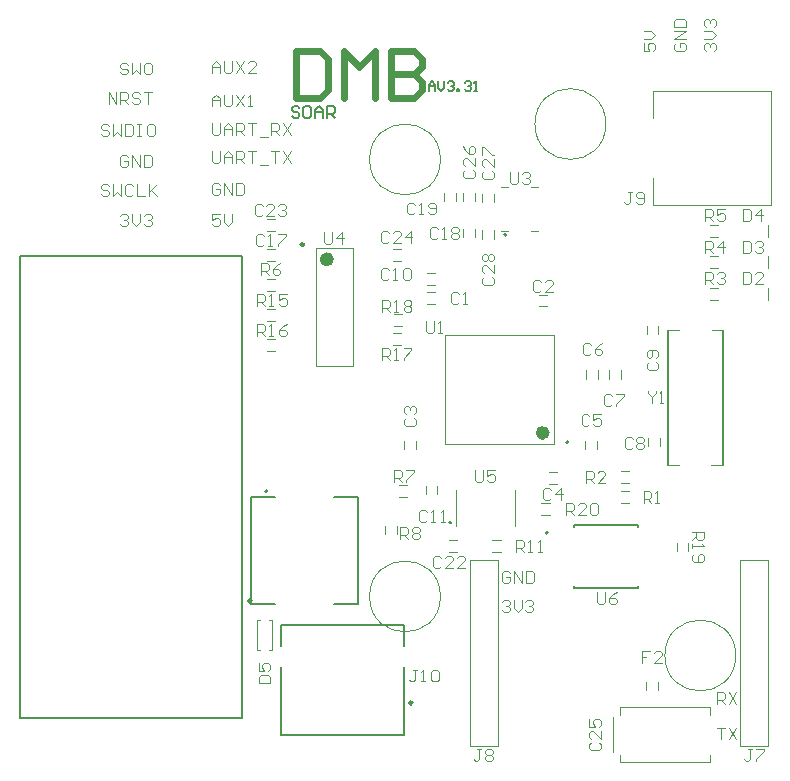
<source format=gto>
G04*
G04 #@! TF.GenerationSoftware,Altium Limited,Altium Designer,20.2.6 (244)*
G04*
G04 Layer_Color=65535*
%FSLAX44Y44*%
%MOMM*%
G71*
G04*
G04 #@! TF.SameCoordinates,C4BD39D4-7D46-4A15-92C5-5DF00FED93ED*
G04*
G04*
G04 #@! TF.FilePolarity,Positive*
G04*
G01*
G75*
%ADD10C,0.2000*%
%ADD11C,0.2500*%
%ADD12C,0.6000*%
%ADD13C,0.1000*%
%ADD14C,0.1270*%
D10*
X143500Y239000D02*
G03*
X143500Y239000I-1000J0D01*
G01*
X398501Y280500D02*
G03*
X398501Y280500I-1000J0D01*
G01*
X381000Y204000D02*
G03*
X381000Y204000I-1000J0D01*
G01*
X299250Y212500D02*
G03*
X299250Y212500I-1000J0D01*
G01*
X345800Y456250D02*
G03*
X345800Y456250I-1000J0D01*
G01*
X-65972Y46700D02*
X122028D01*
X-65972D02*
Y438100D01*
X122028D01*
Y46700D02*
Y438100D01*
X155000Y125500D02*
X259000D01*
Y32800D02*
Y90550D01*
Y108250D02*
Y125500D01*
X155000Y32800D02*
X259000D01*
X155000D02*
Y90550D01*
Y108250D02*
Y125500D01*
X170665Y563331D02*
X168998Y564997D01*
X165666D01*
X164000Y563331D01*
Y561665D01*
X165666Y559998D01*
X168998D01*
X170665Y558332D01*
Y556666D01*
X168998Y555000D01*
X165666D01*
X164000Y556666D01*
X178995Y564997D02*
X175663D01*
X173997Y563331D01*
Y556666D01*
X175663Y555000D01*
X178995D01*
X180661Y556666D01*
Y563331D01*
X178995Y564997D01*
X183994Y555000D02*
Y561665D01*
X187326Y564997D01*
X190658Y561665D01*
Y555000D01*
Y559998D01*
X183994D01*
X193990Y555000D02*
Y564997D01*
X198989D01*
X200655Y563331D01*
Y559998D01*
X198989Y558332D01*
X193990D01*
X197323D02*
X200655Y555000D01*
X280000Y578000D02*
Y583332D01*
X282666Y585997D01*
X285332Y583332D01*
Y578000D01*
Y581999D01*
X280000D01*
X287997Y585997D02*
Y580666D01*
X290663Y578000D01*
X293329Y580666D01*
Y585997D01*
X295995Y584664D02*
X297328Y585997D01*
X299994D01*
X301326Y584664D01*
Y583332D01*
X299994Y581999D01*
X298661D01*
X299994D01*
X301326Y580666D01*
Y579333D01*
X299994Y578000D01*
X297328D01*
X295995Y579333D01*
X303992Y578000D02*
Y579333D01*
X305325D01*
Y578000D01*
X303992D01*
X310657Y584664D02*
X311990Y585997D01*
X314655D01*
X315988Y584664D01*
Y583332D01*
X314655Y581999D01*
X313323D01*
X314655D01*
X315988Y580666D01*
Y579333D01*
X314655Y578000D01*
X311990D01*
X310657Y579333D01*
X318654Y578000D02*
X321320D01*
X319987D01*
Y585997D01*
X318654Y584664D01*
D11*
X129778Y146400D02*
G03*
X129778Y146400I-1250J0D01*
G01*
X266250Y60000D02*
G03*
X266250Y60000I-1250J0D01*
G01*
X174250Y447900D02*
G03*
X174250Y447900I-1250J0D01*
G01*
D12*
X379501Y288500D02*
G03*
X379501Y288500I-3000J0D01*
G01*
X196750Y435450D02*
G03*
X196750Y435450I-3000J0D01*
G01*
X168000Y611987D02*
Y572000D01*
X187994D01*
X194658Y578665D01*
Y605323D01*
X187994Y611987D01*
X168000D01*
X207987Y572000D02*
Y611987D01*
X221316Y598658D01*
X234645Y611987D01*
Y572000D01*
X247974Y611987D02*
Y572000D01*
X267968D01*
X274632Y578665D01*
Y585329D01*
X267968Y591993D01*
X247974D01*
X267968D01*
X274632Y598658D01*
Y605323D01*
X267968Y611987D01*
X247974D01*
D13*
X430000Y550000D02*
G03*
X430000Y550000I-30000J0D01*
G01*
X540000Y100000D02*
G03*
X540000Y100000I-30000J0D01*
G01*
X290000Y150000D02*
G03*
X290000Y150000I-30000J0D01*
G01*
Y520000D02*
G03*
X290000Y520000I-30000J0D01*
G01*
X254500Y234000D02*
X261500D01*
X254500Y244000D02*
X261500D01*
X253000Y202500D02*
Y209500D01*
X243000Y202500D02*
Y209500D01*
X134500Y129750D02*
X137000D01*
X134500Y104250D02*
Y129750D01*
Y104250D02*
X137000D01*
X145000D02*
X147500D01*
Y129750D01*
X145000D02*
X147500D01*
X294001Y371000D02*
X386001D01*
X294001Y279000D02*
X386001D01*
X294001D02*
Y371000D01*
X386001Y279000D02*
Y371000D01*
X339063Y23262D02*
Y180742D01*
X314933D02*
X339063D01*
X314933Y23262D02*
Y180742D01*
Y23262D02*
X339063D01*
X464000Y70500D02*
Y77500D01*
X474000Y70500D02*
Y77500D01*
X500000Y188500D02*
Y195500D01*
X490000Y188500D02*
Y195500D01*
X375500Y229000D02*
X382500D01*
X375500Y219000D02*
X382500D01*
X293000Y484500D02*
Y491500D01*
X303000Y484500D02*
Y491500D01*
X436000Y18000D02*
Y48000D01*
X442000Y10000D02*
Y16000D01*
Y10000D02*
X518000D01*
Y16000D01*
Y50000D02*
Y56000D01*
X442000D02*
X518000D01*
X442000Y50000D02*
Y56000D01*
X353250Y210000D02*
Y240000D01*
X303250Y210000D02*
Y240000D01*
X184250Y344950D02*
X216250D01*
X184250Y444950D02*
X216250D01*
Y344950D02*
Y444950D01*
X184250Y344950D02*
Y444950D01*
X341200Y459400D02*
X347600D01*
X341200Y496600D02*
X347600D01*
X366400Y459400D02*
X372800D01*
X366400Y496600D02*
X372800D01*
X529293Y261520D02*
Y375520D01*
X482293Y261520D02*
Y375520D01*
X491593D01*
X519493Y261520D02*
X529293D01*
X482293D02*
X491593D01*
X519993Y375520D02*
X529293D01*
X325000Y453000D02*
Y460000D01*
X335000Y453000D02*
Y460000D01*
X470250Y481750D02*
Y504600D01*
Y481750D02*
X569500D01*
Y578250D01*
X470250D02*
X569500D01*
X470250Y555400D02*
Y578250D01*
X278501Y407520D02*
X285501D01*
X278501Y397520D02*
X285501D01*
X413501Y334520D02*
Y341520D01*
X423501Y334520D02*
Y341520D01*
X432501Y334520D02*
Y341520D01*
X442500Y334520D02*
Y341520D01*
X465500Y277020D02*
Y284020D01*
X475500Y277020D02*
Y284020D01*
X464501Y372020D02*
Y379020D01*
X474501Y372020D02*
Y379020D01*
X278500Y424000D02*
X285500D01*
X278500Y414000D02*
X285500D01*
X277501Y236520D02*
Y243520D01*
X287500Y236520D02*
Y243520D01*
X567340Y401400D02*
Y411400D01*
Y428070D02*
Y438070D01*
Y454740D02*
Y464740D01*
X543533Y23262D02*
X567663D01*
X543533D02*
Y180742D01*
X567663D01*
Y23262D02*
Y180742D01*
X442500Y238958D02*
X449500D01*
X442500Y228958D02*
X449500D01*
X442458Y246000D02*
X449458D01*
X442458Y256000D02*
X449458D01*
X518340Y401400D02*
X525340D01*
X518340Y411400D02*
X525340D01*
X518340Y428070D02*
X525340D01*
X518340Y438070D02*
X525340D01*
X518340Y454740D02*
X525340D01*
X518340Y464740D02*
X525340D01*
X373501Y395520D02*
X380501D01*
X373501Y405520D02*
X380501D01*
X259501Y274520D02*
Y281520D01*
X269501Y274520D02*
Y281520D01*
X382000Y255000D02*
X389000D01*
X382000Y245000D02*
X389000D01*
X412501Y274520D02*
Y281520D01*
X422501Y274520D02*
Y281520D01*
X143210Y444420D02*
X150210D01*
X143210Y434420D02*
X150210D01*
X309000Y454000D02*
Y461000D01*
X319000Y454000D02*
Y461000D01*
X297000Y198000D02*
X304000D01*
X297000Y188000D02*
X304000D01*
X334000Y188000D02*
X341000D01*
X334000Y198000D02*
X341000D01*
X143210Y459820D02*
X150210D01*
X143210Y469820D02*
X150210D01*
X143210Y409020D02*
X150210D01*
X143210Y419020D02*
X150210D01*
X249840Y434420D02*
X256840D01*
X249840Y444420D02*
X256840D01*
X143210Y393620D02*
X150210D01*
X143210Y383620D02*
X150210D01*
X143210Y368220D02*
X150210D01*
X143210Y358220D02*
X150210D01*
X249500Y363000D02*
X256500D01*
X249500Y373000D02*
X256500D01*
X250500Y379000D02*
X257500D01*
X250500Y389000D02*
X257500D01*
X319000Y485000D02*
Y492000D01*
X309000Y485000D02*
Y492000D01*
X335000Y484000D02*
Y491000D01*
X325000Y484000D02*
Y491000D01*
X250669Y247002D02*
Y256998D01*
X255668D01*
X257334Y255332D01*
Y252000D01*
X255668Y250334D01*
X250669D01*
X254002D02*
X257334Y247002D01*
X260666Y256998D02*
X267331D01*
Y255332D01*
X260666Y248668D01*
Y247002D01*
X255669Y199002D02*
Y208998D01*
X260668D01*
X262334Y207332D01*
Y204000D01*
X260668Y202334D01*
X255669D01*
X259002D02*
X262334Y199002D01*
X265666Y207332D02*
X267332Y208998D01*
X270665D01*
X272331Y207332D01*
Y205666D01*
X270665Y204000D01*
X272331Y202334D01*
Y200668D01*
X270665Y199002D01*
X267332D01*
X265666Y200668D01*
Y202334D01*
X267332Y204000D01*
X265666Y205666D01*
Y207332D01*
X267332Y204000D02*
X270665D01*
X136002Y76669D02*
X145998D01*
Y81668D01*
X144332Y83334D01*
X137668D01*
X136002Y81668D01*
Y76669D01*
Y93331D02*
Y86666D01*
X141000D01*
X139334Y89998D01*
Y91664D01*
X141000Y93331D01*
X144332D01*
X145998Y91664D01*
Y88332D01*
X144332Y86666D01*
X9000Y567000D02*
Y576997D01*
X15664Y567000D01*
Y576997D01*
X18997Y567000D02*
Y576997D01*
X23995D01*
X25661Y575331D01*
Y571998D01*
X23995Y570332D01*
X18997D01*
X22329D02*
X25661Y567000D01*
X35658Y575331D02*
X33992Y576997D01*
X30660D01*
X28994Y575331D01*
Y573665D01*
X30660Y571998D01*
X33992D01*
X35658Y570332D01*
Y568666D01*
X33992Y567000D01*
X30660D01*
X28994Y568666D01*
X38990Y576997D02*
X45655D01*
X42323D01*
Y567000D01*
X25665Y522331D02*
X23998Y523997D01*
X20666D01*
X19000Y522331D01*
Y515666D01*
X20666Y514000D01*
X23998D01*
X25665Y515666D01*
Y518998D01*
X22332D01*
X28997Y514000D02*
Y523997D01*
X35661Y514000D01*
Y523997D01*
X38993D02*
Y514000D01*
X43992D01*
X45658Y515666D01*
Y522331D01*
X43992Y523997D01*
X38993D01*
X25665Y600331D02*
X23998Y601997D01*
X20666D01*
X19000Y600331D01*
Y598665D01*
X20666Y596998D01*
X23998D01*
X25665Y595332D01*
Y593666D01*
X23998Y592000D01*
X20666D01*
X19000Y593666D01*
X28997Y601997D02*
Y592000D01*
X32329Y595332D01*
X35661Y592000D01*
Y601997D01*
X43992D02*
X40660D01*
X38993Y600331D01*
Y593666D01*
X40660Y592000D01*
X43992D01*
X45658Y593666D01*
Y600331D01*
X43992Y601997D01*
X19000Y472331D02*
X20666Y473997D01*
X23998D01*
X25665Y472331D01*
Y470664D01*
X23998Y468998D01*
X22332D01*
X23998D01*
X25665Y467332D01*
Y465666D01*
X23998Y464000D01*
X20666D01*
X19000Y465666D01*
X28997Y473997D02*
Y467332D01*
X32329Y464000D01*
X35661Y467332D01*
Y473997D01*
X38993Y472331D02*
X40660Y473997D01*
X43992D01*
X45658Y472331D01*
Y470664D01*
X43992Y468998D01*
X42326D01*
X43992D01*
X45658Y467332D01*
Y465666D01*
X43992Y464000D01*
X40660D01*
X38993Y465666D01*
X9668Y497331D02*
X8002Y498997D01*
X4669D01*
X3003Y497331D01*
Y495664D01*
X4669Y493998D01*
X8002D01*
X9668Y492332D01*
Y490666D01*
X8002Y489000D01*
X4669D01*
X3003Y490666D01*
X13000Y498997D02*
Y489000D01*
X16332Y492332D01*
X19664Y489000D01*
Y498997D01*
X29661Y497331D02*
X27995Y498997D01*
X24663D01*
X22997Y497331D01*
Y490666D01*
X24663Y489000D01*
X27995D01*
X29661Y490666D01*
X32994Y498997D02*
Y489000D01*
X39658D01*
X42990Y498997D02*
Y489000D01*
Y492332D01*
X49655Y498997D01*
X44657Y493998D01*
X49655Y489000D01*
X9664Y548331D02*
X7998Y549997D01*
X4666D01*
X3000Y548331D01*
Y546665D01*
X4666Y544998D01*
X7998D01*
X9664Y543332D01*
Y541666D01*
X7998Y540000D01*
X4666D01*
X3000Y541666D01*
X12997Y549997D02*
Y540000D01*
X16329Y543332D01*
X19661Y540000D01*
Y549997D01*
X22994D02*
Y540000D01*
X27992D01*
X29658Y541666D01*
Y548331D01*
X27992Y549997D01*
X22994D01*
X32990D02*
X36323D01*
X34657D01*
Y540000D01*
X32990D01*
X36323D01*
X46319Y549997D02*
X42987D01*
X41321Y548331D01*
Y541666D01*
X42987Y540000D01*
X46319D01*
X47986Y541666D01*
Y548331D01*
X46319Y549997D01*
X524000Y38997D02*
X530664D01*
X527332D01*
Y29000D01*
X533997Y38997D02*
X540661Y29000D01*
Y38997D02*
X533997Y29000D01*
X524000Y59000D02*
Y68997D01*
X528998D01*
X530664Y67331D01*
Y63998D01*
X528998Y62332D01*
X524000D01*
X527332D02*
X530664Y59000D01*
X533997Y68997D02*
X540661Y59000D01*
Y68997D02*
X533997Y59000D01*
X96938Y593286D02*
Y599951D01*
X100270Y603283D01*
X103602Y599951D01*
Y593286D01*
Y598285D01*
X96938D01*
X106934Y603283D02*
Y594953D01*
X108601Y593286D01*
X111933D01*
X113599Y594953D01*
Y603283D01*
X116931D02*
X123596Y593286D01*
Y603283D02*
X116931Y593286D01*
X133592D02*
X126928D01*
X133592Y599951D01*
Y601617D01*
X131926Y603283D01*
X128594D01*
X126928Y601617D01*
X96938Y564964D02*
Y571628D01*
X100270Y574960D01*
X103602Y571628D01*
Y564964D01*
Y569962D01*
X96938D01*
X106934Y574960D02*
Y566630D01*
X108601Y564964D01*
X111933D01*
X113599Y566630D01*
Y574960D01*
X116931D02*
X123596Y564964D01*
Y574960D02*
X116931Y564964D01*
X126928D02*
X130260D01*
X128594D01*
Y574960D01*
X126928Y573294D01*
X96938Y527174D02*
Y518843D01*
X98604Y517177D01*
X101936D01*
X103602Y518843D01*
Y527174D01*
X106934Y517177D02*
Y523842D01*
X110267Y527174D01*
X113599Y523842D01*
Y517177D01*
Y522176D01*
X106934D01*
X116931Y517177D02*
Y527174D01*
X121930D01*
X123596Y525508D01*
Y522176D01*
X121930Y520509D01*
X116931D01*
X120263D02*
X123596Y517177D01*
X126928Y527174D02*
X133592D01*
X130260D01*
Y517177D01*
X136925Y515511D02*
X143589D01*
X146922Y527174D02*
X153586D01*
X150254D01*
Y517177D01*
X156918Y527174D02*
X163583Y517177D01*
Y527174D02*
X156918Y517177D01*
X103602Y473732D02*
X96938D01*
Y468734D01*
X100270Y470400D01*
X101936D01*
X103602Y468734D01*
Y465401D01*
X101936Y463735D01*
X98604D01*
X96938Y465401D01*
X106934Y473732D02*
Y467067D01*
X110267Y463735D01*
X113599Y467067D01*
Y473732D01*
X462003Y618665D02*
Y612000D01*
X467002D01*
X465335Y615332D01*
Y616998D01*
X467002Y618665D01*
X470334D01*
X472000Y616998D01*
Y613666D01*
X470334Y612000D01*
X462003Y621997D02*
X468668D01*
X472000Y625329D01*
X468668Y628661D01*
X462003D01*
X96938Y550602D02*
Y542271D01*
X98604Y540605D01*
X101936D01*
X103602Y542271D01*
Y550602D01*
X106934Y540605D02*
Y547270D01*
X110267Y550602D01*
X113599Y547270D01*
Y540605D01*
Y545604D01*
X106934D01*
X116931Y540605D02*
Y550602D01*
X121930D01*
X123596Y548936D01*
Y545604D01*
X121930Y543938D01*
X116931D01*
X120263D02*
X123596Y540605D01*
X126928Y550602D02*
X133592D01*
X130260D01*
Y540605D01*
X136925Y538939D02*
X143589D01*
X146922Y540605D02*
Y550602D01*
X151920D01*
X153586Y548936D01*
Y545604D01*
X151920Y543938D01*
X146922D01*
X150254D02*
X153586Y540605D01*
X156918Y550602D02*
X163583Y540605D01*
Y550602D02*
X156918Y540605D01*
X103602Y498004D02*
X101936Y499670D01*
X98604D01*
X96938Y498004D01*
Y491339D01*
X98604Y489673D01*
X101936D01*
X103602Y491339D01*
Y494672D01*
X100270D01*
X106934Y489673D02*
Y499670D01*
X113599Y489673D01*
Y499670D01*
X116931D02*
Y489673D01*
X121930D01*
X123596Y491339D01*
Y498004D01*
X121930Y499670D01*
X116931D01*
X489669Y618665D02*
X488003Y616998D01*
Y613666D01*
X489669Y612000D01*
X496334D01*
X498000Y613666D01*
Y616998D01*
X496334Y618665D01*
X493002D01*
Y615332D01*
X498000Y621997D02*
X488003D01*
X498000Y628661D01*
X488003D01*
Y631994D02*
X498000D01*
Y636992D01*
X496334Y638658D01*
X489669D01*
X488003Y636992D01*
Y631994D01*
X514669Y612000D02*
X513003Y613666D01*
Y616998D01*
X514669Y618665D01*
X516335D01*
X518002Y616998D01*
Y615332D01*
Y616998D01*
X519668Y618665D01*
X521334D01*
X523000Y616998D01*
Y613666D01*
X521334Y612000D01*
X513003Y621997D02*
X519668D01*
X523000Y625329D01*
X519668Y628661D01*
X513003D01*
X514669Y631994D02*
X513003Y633660D01*
Y636992D01*
X514669Y638658D01*
X516335D01*
X518002Y636992D01*
Y635326D01*
Y636992D01*
X519668Y638658D01*
X521334D01*
X523000Y636992D01*
Y633660D01*
X521334Y631994D01*
X348845Y169580D02*
X347179Y171246D01*
X343846D01*
X342180Y169580D01*
Y162916D01*
X343846Y161250D01*
X347179D01*
X348845Y162916D01*
Y166248D01*
X345512D01*
X352177Y161250D02*
Y171246D01*
X358842Y161250D01*
Y171246D01*
X362174D02*
Y161250D01*
X367172D01*
X368838Y162916D01*
Y169580D01*
X367172Y171246D01*
X362174D01*
X342000Y145331D02*
X343666Y146997D01*
X346998D01*
X348665Y145331D01*
Y143665D01*
X346998Y141998D01*
X345332D01*
X346998D01*
X348665Y140332D01*
Y138666D01*
X346998Y137000D01*
X343666D01*
X342000Y138666D01*
X351997Y146997D02*
Y140332D01*
X355329Y137000D01*
X358661Y140332D01*
Y146997D01*
X361994Y145331D02*
X363660Y146997D01*
X366992D01*
X368658Y145331D01*
Y143665D01*
X366992Y141998D01*
X365326D01*
X366992D01*
X368658Y140332D01*
Y138666D01*
X366992Y137000D01*
X363660D01*
X361994Y138666D01*
X270168Y87998D02*
X266836D01*
X268502D01*
Y79668D01*
X266836Y78002D01*
X265170D01*
X263504Y79668D01*
X273501Y78002D02*
X276833D01*
X275167D01*
Y87998D01*
X273501Y86332D01*
X281831D02*
X283498Y87998D01*
X286830D01*
X288496Y86332D01*
Y79668D01*
X286830Y78002D01*
X283498D01*
X281831Y79668D01*
Y86332D01*
X396671Y219002D02*
Y228998D01*
X401669D01*
X403335Y227332D01*
Y224000D01*
X401669Y222334D01*
X396671D01*
X400003D02*
X403335Y219002D01*
X413332D02*
X406668D01*
X413332Y225666D01*
Y227332D01*
X411666Y228998D01*
X408334D01*
X406668Y227332D01*
X416665D02*
X418331Y228998D01*
X421663D01*
X423329Y227332D01*
Y220668D01*
X421663Y219002D01*
X418331D01*
X416665Y220668D01*
Y227332D01*
X503002Y204496D02*
X512998D01*
Y199498D01*
X511332Y197831D01*
X508000D01*
X506334Y199498D01*
Y204496D01*
Y201164D02*
X503002Y197831D01*
Y194499D02*
Y191167D01*
Y192833D01*
X512998D01*
X511332Y194499D01*
X504668Y186168D02*
X503002Y184502D01*
Y181170D01*
X504668Y179504D01*
X511332D01*
X512998Y181170D01*
Y184502D01*
X511332Y186168D01*
X509666D01*
X508000Y184502D01*
Y179504D01*
X422669Y153998D02*
Y145668D01*
X424336Y144002D01*
X427668D01*
X429334Y145668D01*
Y153998D01*
X439331D02*
X435998Y152332D01*
X432666Y149000D01*
Y145668D01*
X434332Y144002D01*
X437664D01*
X439331Y145668D01*
Y147334D01*
X437664Y149000D01*
X432666D01*
X268169Y481832D02*
X266502Y483498D01*
X263170D01*
X261504Y481832D01*
Y475168D01*
X263170Y473502D01*
X266502D01*
X268169Y475168D01*
X271501Y473502D02*
X274833D01*
X273167D01*
Y483498D01*
X271501Y481832D01*
X279831Y475168D02*
X281498Y473502D01*
X284830D01*
X286496Y475168D01*
Y481832D01*
X284830Y483498D01*
X281498D01*
X279831Y481832D01*
Y480166D01*
X281498Y478500D01*
X286496D01*
X326668Y420336D02*
X325002Y418669D01*
Y415337D01*
X326668Y413671D01*
X333332D01*
X334998Y415337D01*
Y418669D01*
X333332Y420336D01*
X334998Y430332D02*
Y423668D01*
X328334Y430332D01*
X326668D01*
X325002Y428666D01*
Y425334D01*
X326668Y423668D01*
Y433665D02*
X325002Y435331D01*
Y438663D01*
X326668Y440329D01*
X328334D01*
X330000Y438663D01*
X331666Y440329D01*
X333332D01*
X334998Y438663D01*
Y435331D01*
X333332Y433665D01*
X331666D01*
X330000Y435331D01*
X328334Y433665D01*
X326668D01*
X330000Y435331D02*
Y438663D01*
X326668Y510336D02*
X325002Y508669D01*
Y505337D01*
X326668Y503671D01*
X333332D01*
X334998Y505337D01*
Y508669D01*
X333332Y510336D01*
X334998Y520332D02*
Y513668D01*
X328334Y520332D01*
X326668D01*
X325002Y518666D01*
Y515334D01*
X326668Y513668D01*
X325002Y523665D02*
Y530329D01*
X326668D01*
X333332Y523665D01*
X334998D01*
X310668Y511335D02*
X309002Y509669D01*
Y506337D01*
X310668Y504671D01*
X317332D01*
X318998Y506337D01*
Y509669D01*
X317332Y511335D01*
X318998Y521332D02*
Y514668D01*
X312334Y521332D01*
X310668D01*
X309002Y519666D01*
Y516334D01*
X310668Y514668D01*
X309002Y531329D02*
X310668Y527997D01*
X314000Y524665D01*
X317332D01*
X318998Y526331D01*
Y529663D01*
X317332Y531329D01*
X315666D01*
X314000Y529663D01*
Y524665D01*
X240504Y391002D02*
Y400998D01*
X245502D01*
X247169Y399332D01*
Y396000D01*
X245502Y394334D01*
X240504D01*
X243836D02*
X247169Y391002D01*
X250501D02*
X253833D01*
X252167D01*
Y400998D01*
X250501Y399332D01*
X258832D02*
X260498Y400998D01*
X263830D01*
X265496Y399332D01*
Y397666D01*
X263830Y396000D01*
X265496Y394334D01*
Y392668D01*
X263830Y391002D01*
X260498D01*
X258832Y392668D01*
Y394334D01*
X260498Y396000D01*
X258832Y397666D01*
Y399332D01*
X260498Y396000D02*
X263830D01*
X240504Y350002D02*
Y359998D01*
X245502D01*
X247169Y358332D01*
Y355000D01*
X245502Y353334D01*
X240504D01*
X243836D02*
X247169Y350002D01*
X250501D02*
X253833D01*
X252167D01*
Y359998D01*
X250501Y358332D01*
X258832Y359998D02*
X265496D01*
Y358332D01*
X258832Y351668D01*
Y350002D01*
X134824Y370922D02*
Y380918D01*
X139822D01*
X141489Y379252D01*
Y375920D01*
X139822Y374254D01*
X134824D01*
X138156D02*
X141489Y370922D01*
X144821D02*
X148153D01*
X146487D01*
Y380918D01*
X144821Y379252D01*
X159816Y380918D02*
X156484Y379252D01*
X153152Y375920D01*
Y372588D01*
X154818Y370922D01*
X158150D01*
X159816Y372588D01*
Y374254D01*
X158150Y375920D01*
X153152D01*
X134824Y396322D02*
Y406318D01*
X139822D01*
X141489Y404652D01*
Y401320D01*
X139822Y399654D01*
X134824D01*
X138156D02*
X141489Y396322D01*
X144821D02*
X148153D01*
X146487D01*
Y406318D01*
X144821Y404652D01*
X159816Y406318D02*
X153152D01*
Y401320D01*
X156484Y402986D01*
X158150D01*
X159816Y401320D01*
Y397988D01*
X158150Y396322D01*
X154818D01*
X153152Y397988D01*
X417668Y26335D02*
X416002Y24669D01*
Y21337D01*
X417668Y19671D01*
X424332D01*
X425998Y21337D01*
Y24669D01*
X424332Y26335D01*
X425998Y36332D02*
Y29668D01*
X419334Y36332D01*
X417668D01*
X416002Y34666D01*
Y31334D01*
X417668Y29668D01*
X416002Y46329D02*
Y39664D01*
X421000D01*
X419334Y42997D01*
Y44663D01*
X421000Y46329D01*
X424332D01*
X425998Y44663D01*
Y41331D01*
X424332Y39664D01*
X246336Y457332D02*
X244669Y458998D01*
X241337D01*
X239671Y457332D01*
Y450668D01*
X241337Y449002D01*
X244669D01*
X246336Y450668D01*
X256332Y449002D02*
X249668D01*
X256332Y455666D01*
Y457332D01*
X254666Y458998D01*
X251334D01*
X249668Y457332D01*
X264663Y449002D02*
Y458998D01*
X259664Y454000D01*
X266329D01*
X137879Y422022D02*
Y432018D01*
X142878D01*
X144544Y430352D01*
Y427020D01*
X142878Y425354D01*
X137879D01*
X141212D02*
X144544Y422022D01*
X154541Y432018D02*
X151208Y430352D01*
X147876Y427020D01*
Y423688D01*
X149542Y422022D01*
X152874D01*
X154541Y423688D01*
Y425354D01*
X152874Y427020D01*
X147876D01*
X139385Y480852D02*
X137719Y482518D01*
X134387D01*
X132721Y480852D01*
Y474188D01*
X134387Y472522D01*
X137719D01*
X139385Y474188D01*
X149382Y472522D02*
X142718D01*
X149382Y479186D01*
Y480852D01*
X147716Y482518D01*
X144384D01*
X142718Y480852D01*
X152715D02*
X154381Y482518D01*
X157713D01*
X159379Y480852D01*
Y479186D01*
X157713Y477520D01*
X156047D01*
X157713D01*
X159379Y475854D01*
Y474188D01*
X157713Y472522D01*
X154381D01*
X152715Y474188D01*
X467664Y103997D02*
X461000D01*
Y98998D01*
X464332D01*
X461000D01*
Y94000D01*
X477661D02*
X470997D01*
X477661Y100665D01*
Y102331D01*
X475995Y103997D01*
X472663D01*
X470997Y102331D01*
X319500Y256997D02*
Y248666D01*
X321166Y247000D01*
X324498D01*
X326165Y248666D01*
Y256997D01*
X336161D02*
X329497D01*
Y251998D01*
X332829Y253664D01*
X334495D01*
X336161Y251998D01*
Y248666D01*
X334495Y247000D01*
X331163D01*
X329497Y248666D01*
X191770Y458307D02*
Y449976D01*
X193436Y448310D01*
X196768D01*
X198435Y449976D01*
Y458307D01*
X206765Y448310D02*
Y458307D01*
X201767Y453308D01*
X208431D01*
X349000Y508997D02*
Y500666D01*
X350666Y499000D01*
X353998D01*
X355664Y500666D01*
Y508997D01*
X358997Y507331D02*
X360663Y508997D01*
X363995D01*
X365661Y507331D01*
Y505664D01*
X363995Y503998D01*
X362329D01*
X363995D01*
X365661Y502332D01*
Y500666D01*
X363995Y499000D01*
X360663D01*
X358997Y500666D01*
X354000Y188000D02*
Y197997D01*
X358998D01*
X360664Y196331D01*
Y192998D01*
X358998Y191332D01*
X354000D01*
X357332D02*
X360664Y188000D01*
X363997D02*
X367329D01*
X365663D01*
Y197997D01*
X363997Y196331D01*
X372327Y188000D02*
X375660D01*
X373994D01*
Y197997D01*
X372327Y196331D01*
X452435Y492597D02*
X449102D01*
X450768D01*
Y484266D01*
X449102Y482600D01*
X447436D01*
X445770Y484266D01*
X455767D02*
X457433Y482600D01*
X460765D01*
X462431Y484266D01*
Y490931D01*
X460765Y492597D01*
X457433D01*
X455767Y490931D01*
Y489264D01*
X457433Y487598D01*
X462431D01*
X290665Y182331D02*
X288998Y183997D01*
X285666D01*
X284000Y182331D01*
Y175666D01*
X285666Y174000D01*
X288998D01*
X290665Y175666D01*
X300661Y174000D02*
X293997D01*
X300661Y180665D01*
Y182331D01*
X298995Y183997D01*
X295663D01*
X293997Y182331D01*
X310658Y174000D02*
X303993D01*
X310658Y180665D01*
Y182331D01*
X308992Y183997D01*
X305660D01*
X303993Y182331D01*
X287665Y461331D02*
X285998Y462997D01*
X282666D01*
X281000Y461331D01*
Y454666D01*
X282666Y453000D01*
X285998D01*
X287665Y454666D01*
X290997Y453000D02*
X294329D01*
X292663D01*
Y462997D01*
X290997Y461331D01*
X299327D02*
X300994Y462997D01*
X304326D01*
X305992Y461331D01*
Y459664D01*
X304326Y457998D01*
X305992Y456332D01*
Y454666D01*
X304326Y453000D01*
X300994D01*
X299327Y454666D01*
Y456332D01*
X300994Y457998D01*
X299327Y459664D01*
Y461331D01*
X300994Y457998D02*
X304326D01*
X140674Y455371D02*
X139008Y457037D01*
X135676D01*
X134010Y455371D01*
Y448706D01*
X135676Y447040D01*
X139008D01*
X140674Y448706D01*
X144007Y447040D02*
X147339D01*
X145673D01*
Y457037D01*
X144007Y455371D01*
X152337Y457037D02*
X159002D01*
Y455371D01*
X152337Y448706D01*
Y447040D01*
X416166Y302850D02*
X414500Y304516D01*
X411167D01*
X409501Y302850D01*
Y296185D01*
X411167Y294519D01*
X414500D01*
X416166Y296185D01*
X426163Y304516D02*
X419498D01*
Y299517D01*
X422830Y301183D01*
X424496D01*
X426163Y299517D01*
Y296185D01*
X424496Y294519D01*
X421164D01*
X419498Y296185D01*
X383665Y240331D02*
X381998Y241997D01*
X378666D01*
X377000Y240331D01*
Y233666D01*
X378666Y232000D01*
X381998D01*
X383665Y233666D01*
X391995Y232000D02*
Y241997D01*
X386997Y236998D01*
X393661D01*
X260909Y301304D02*
X259243Y299638D01*
Y296306D01*
X260909Y294640D01*
X267574D01*
X269240Y296306D01*
Y299638D01*
X267574Y301304D01*
X260909Y304637D02*
X259243Y306303D01*
Y309635D01*
X260909Y311301D01*
X262575D01*
X264242Y309635D01*
Y307969D01*
Y309635D01*
X265908Y311301D01*
X267574D01*
X269240Y309635D01*
Y306303D01*
X267574Y304637D01*
X374964Y416001D02*
X373298Y417667D01*
X369966D01*
X368300Y416001D01*
Y409336D01*
X369966Y407670D01*
X373298D01*
X374964Y409336D01*
X384961Y407670D02*
X378297D01*
X384961Y414334D01*
Y416001D01*
X383295Y417667D01*
X379963D01*
X378297Y416001D01*
X465500Y323997D02*
Y322331D01*
X468832Y318998D01*
X472164Y322331D01*
Y323997D01*
X468832Y318998D02*
Y314000D01*
X475497D02*
X478829D01*
X477163D01*
Y323997D01*
X475497Y322331D01*
X278130Y383377D02*
Y375046D01*
X279796Y373380D01*
X283128D01*
X284795Y375046D01*
Y383377D01*
X288127Y373380D02*
X291459D01*
X289793D01*
Y383377D01*
X288127Y381711D01*
X514340Y467740D02*
Y477737D01*
X519338D01*
X521004Y476071D01*
Y472738D01*
X519338Y471072D01*
X514340D01*
X517672D02*
X521004Y467740D01*
X531001Y477737D02*
X524337D01*
Y472738D01*
X527669Y474404D01*
X529335D01*
X531001Y472738D01*
Y469406D01*
X529335Y467740D01*
X526003D01*
X524337Y469406D01*
X514340Y441070D02*
Y451067D01*
X519338D01*
X521004Y449401D01*
Y446068D01*
X519338Y444402D01*
X514340D01*
X517672D02*
X521004Y441070D01*
X529335D02*
Y451067D01*
X524337Y446068D01*
X531001D01*
X514340Y414400D02*
Y424397D01*
X519338D01*
X521004Y422731D01*
Y419398D01*
X519338Y417732D01*
X514340D01*
X517672D02*
X521004Y414400D01*
X524337Y422731D02*
X526003Y424397D01*
X529335D01*
X531001Y422731D01*
Y421064D01*
X529335Y419398D01*
X527669D01*
X529335D01*
X531001Y417732D01*
Y416066D01*
X529335Y414400D01*
X526003D01*
X524337Y416066D01*
X413000Y246000D02*
Y255997D01*
X417998D01*
X419664Y254331D01*
Y250998D01*
X417998Y249332D01*
X413000D01*
X416332D02*
X419664Y246000D01*
X429661D02*
X422997D01*
X429661Y252665D01*
Y254331D01*
X427995Y255997D01*
X424663D01*
X422997Y254331D01*
X462000Y228958D02*
Y238954D01*
X466998D01*
X468665Y237288D01*
Y233956D01*
X466998Y232290D01*
X462000D01*
X465332D02*
X468665Y228958D01*
X471997D02*
X475329D01*
X473663D01*
Y238954D01*
X471997Y237288D01*
X324664Y20997D02*
X321332D01*
X322998D01*
Y12666D01*
X321332Y11000D01*
X319666D01*
X318000Y12666D01*
X327997Y19331D02*
X329663Y20997D01*
X332995D01*
X334661Y19331D01*
Y17665D01*
X332995Y15998D01*
X334661Y14332D01*
Y12666D01*
X332995Y11000D01*
X329663D01*
X327997Y12666D01*
Y14332D01*
X329663Y15998D01*
X327997Y17665D01*
Y19331D01*
X329663Y15998D02*
X332995D01*
X553665Y20997D02*
X550332D01*
X551998D01*
Y12666D01*
X550332Y11000D01*
X548666D01*
X547000Y12666D01*
X556997Y20997D02*
X563661D01*
Y19331D01*
X556997Y12666D01*
Y11000D01*
X546340Y477737D02*
Y467740D01*
X551338D01*
X553004Y469406D01*
Y476071D01*
X551338Y477737D01*
X546340D01*
X561335Y467740D02*
Y477737D01*
X556337Y472738D01*
X563001D01*
X546340Y451067D02*
Y441070D01*
X551338D01*
X553004Y442736D01*
Y449401D01*
X551338Y451067D01*
X546340D01*
X556337Y449401D02*
X558003Y451067D01*
X561335D01*
X563001Y449401D01*
Y447734D01*
X561335Y446068D01*
X559669D01*
X561335D01*
X563001Y444402D01*
Y442736D01*
X561335Y441070D01*
X558003D01*
X556337Y442736D01*
X546340Y424397D02*
Y414400D01*
X551338D01*
X553004Y416066D01*
Y422731D01*
X551338Y424397D01*
X546340D01*
X563001Y414400D02*
X556337D01*
X563001Y421064D01*
Y422731D01*
X561335Y424397D01*
X558003D01*
X556337Y422731D01*
X278664Y221331D02*
X276998Y222997D01*
X273666D01*
X272000Y221331D01*
Y214666D01*
X273666Y213000D01*
X276998D01*
X278664Y214666D01*
X281997Y213000D02*
X285329D01*
X283663D01*
Y222997D01*
X281997Y221331D01*
X290327Y213000D02*
X293660D01*
X291994D01*
Y222997D01*
X290327Y221331D01*
X246665Y426331D02*
X244998Y427997D01*
X241666D01*
X240000Y426331D01*
Y419666D01*
X241666Y418000D01*
X244998D01*
X246665Y419666D01*
X249997Y418000D02*
X253329D01*
X251663D01*
Y427997D01*
X249997Y426331D01*
X258327D02*
X259994Y427997D01*
X263326D01*
X264992Y426331D01*
Y419666D01*
X263326Y418000D01*
X259994D01*
X258327Y419666D01*
Y426331D01*
X466170Y348685D02*
X464504Y347018D01*
Y343686D01*
X466170Y342020D01*
X472834D01*
X474501Y343686D01*
Y347018D01*
X472834Y348685D01*
Y352017D02*
X474501Y353683D01*
Y357015D01*
X472834Y358681D01*
X466170D01*
X464504Y357015D01*
Y353683D01*
X466170Y352017D01*
X467836D01*
X469502Y353683D01*
Y358681D01*
X452664Y283331D02*
X450998Y284997D01*
X447666D01*
X446000Y283331D01*
Y276666D01*
X447666Y275000D01*
X450998D01*
X452664Y276666D01*
X455997Y283331D02*
X457663Y284997D01*
X460995D01*
X462661Y283331D01*
Y281665D01*
X460995Y279998D01*
X462661Y278332D01*
Y276666D01*
X460995Y275000D01*
X457663D01*
X455997Y276666D01*
Y278332D01*
X457663Y279998D01*
X455997Y281665D01*
Y283331D01*
X457663Y279998D02*
X460995D01*
X435165Y319851D02*
X433499Y321517D01*
X430167D01*
X428501Y319851D01*
Y313186D01*
X430167Y311520D01*
X433499D01*
X435165Y313186D01*
X438497Y321517D02*
X445162D01*
Y319851D01*
X438497Y313186D01*
Y311520D01*
X417165Y362851D02*
X415499Y364517D01*
X412167D01*
X410501Y362851D01*
Y356186D01*
X412167Y354520D01*
X415499D01*
X417165Y356186D01*
X427162Y364517D02*
X423830Y362851D01*
X420497Y359518D01*
Y356186D01*
X422164Y354520D01*
X425496D01*
X427162Y356186D01*
Y357852D01*
X425496Y359518D01*
X420497D01*
X305665Y406331D02*
X303998Y407997D01*
X300666D01*
X299000Y406331D01*
Y399666D01*
X300666Y398000D01*
X303998D01*
X305665Y399666D01*
X308997Y398000D02*
X312329D01*
X310663D01*
Y407997D01*
X308997Y406331D01*
D14*
X130000Y234000D02*
X150000D01*
X130000Y144000D02*
Y234000D01*
Y144000D02*
X150000D01*
X200000D02*
X220000D01*
Y234000D01*
X200000D02*
X220000D01*
X403100Y210900D02*
X456900D01*
X403100Y157100D02*
X456900D01*
X403100Y209100D02*
Y210900D01*
X456900Y209100D02*
Y210900D01*
Y157100D02*
Y158900D01*
X403100Y157100D02*
Y158900D01*
X529293Y261520D02*
Y375520D01*
X482293Y261520D02*
Y375520D01*
M02*

</source>
